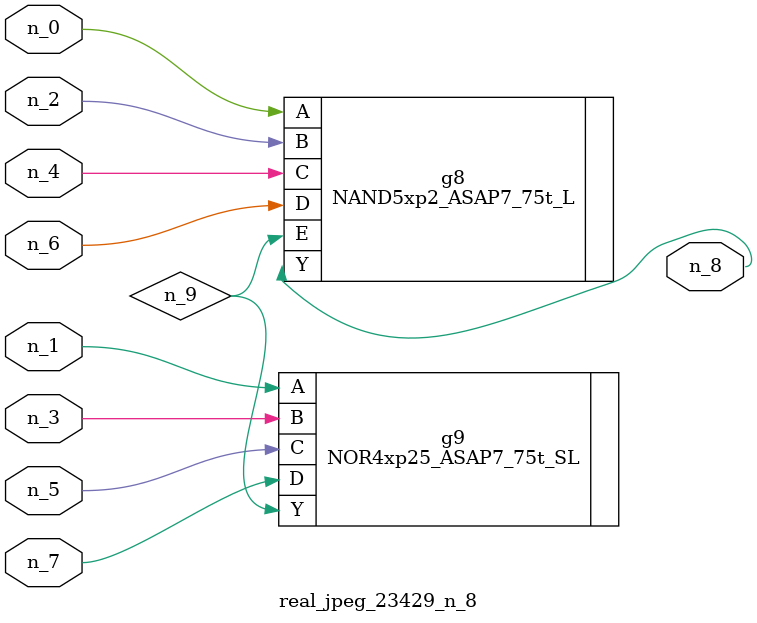
<source format=v>
module real_jpeg_23429_n_8 (n_5, n_4, n_0, n_1, n_2, n_6, n_7, n_3, n_8);

input n_5;
input n_4;
input n_0;
input n_1;
input n_2;
input n_6;
input n_7;
input n_3;

output n_8;

wire n_9;

NAND5xp2_ASAP7_75t_L g8 ( 
.A(n_0),
.B(n_2),
.C(n_4),
.D(n_6),
.E(n_9),
.Y(n_8)
);

NOR4xp25_ASAP7_75t_SL g9 ( 
.A(n_1),
.B(n_3),
.C(n_5),
.D(n_7),
.Y(n_9)
);


endmodule
</source>
